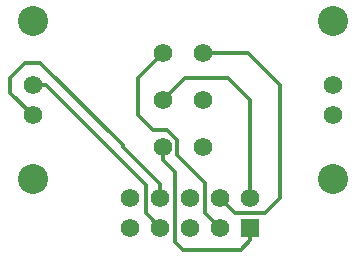
<source format=gbr>
G04 #@! TF.GenerationSoftware,KiCad,Pcbnew,(5.0.2)-1*
G04 #@! TF.CreationDate,2019-01-01T19:01:33-08:00*
G04 #@! TF.ProjectId,500-1117,3530302d-3131-4313-972e-6b696361645f,A*
G04 #@! TF.SameCoordinates,Original*
G04 #@! TF.FileFunction,Copper,L1,Top*
G04 #@! TF.FilePolarity,Positive*
%FSLAX46Y46*%
G04 Gerber Fmt 4.6, Leading zero omitted, Abs format (unit mm)*
G04 Created by KiCad (PCBNEW (5.0.2)-1) date 1/1/2019 7:01:33 PM*
%MOMM*%
%LPD*%
G01*
G04 APERTURE LIST*
G04 #@! TA.AperFunction,ComponentPad*
%ADD10C,2.540000*%
G04 #@! TD*
G04 #@! TA.AperFunction,ComponentPad*
%ADD11C,1.574800*%
G04 #@! TD*
G04 #@! TA.AperFunction,ComponentPad*
%ADD12R,1.574800X1.574800*%
G04 #@! TD*
G04 #@! TA.AperFunction,Conductor*
%ADD13C,0.304800*%
G04 #@! TD*
G04 APERTURE END LIST*
D10*
G04 #@! TO.P,R1,*
G04 #@! TO.N,*
X114300000Y-115920000D03*
X114300000Y-102520000D03*
D11*
G04 #@! TO.P,R1,4*
G04 #@! TO.N,Net-(P1-Pad8)*
X114300000Y-110490000D03*
G04 #@! TO.P,R1,5*
G04 #@! TO.N,Net-(P1-Pad7)*
X114300000Y-107950000D03*
G04 #@! TO.P,R1,2*
G04 #@! TO.N,Net-(P1-Pad2)*
X125300000Y-109220000D03*
G04 #@! TO.P,R1,3*
G04 #@! TO.N,Net-(P1-Pad3)*
X125300000Y-105220000D03*
G04 #@! TO.P,R1,1*
G04 #@! TO.N,Net-(P1-Pad1)*
X125300000Y-113220000D03*
G04 #@! TD*
D10*
G04 #@! TO.P,R2,*
G04 #@! TO.N,*
X139700000Y-102520000D03*
X139700000Y-115920000D03*
D11*
G04 #@! TO.P,R2,4*
G04 #@! TO.N,Net-(P1-Pad10)*
X139700000Y-107950000D03*
G04 #@! TO.P,R2,5*
G04 #@! TO.N,Net-(P1-Pad9)*
X139700000Y-110490000D03*
G04 #@! TO.P,R2,2*
G04 #@! TO.N,Net-(P1-Pad5)*
X128700000Y-109220000D03*
G04 #@! TO.P,R2,3*
G04 #@! TO.N,Net-(P1-Pad6)*
X128700000Y-113220000D03*
G04 #@! TO.P,R2,1*
G04 #@! TO.N,Net-(P1-Pad4)*
X128700000Y-105220000D03*
G04 #@! TD*
D12*
G04 #@! TO.P,P1,1*
G04 #@! TO.N,Net-(P1-Pad1)*
X132715000Y-120015000D03*
D11*
G04 #@! TO.P,P1,2*
G04 #@! TO.N,Net-(P1-Pad2)*
X132715000Y-117475000D03*
G04 #@! TO.P,P1,3*
G04 #@! TO.N,Net-(P1-Pad3)*
X130175000Y-120015000D03*
G04 #@! TO.P,P1,4*
G04 #@! TO.N,Net-(P1-Pad4)*
X130175000Y-117475000D03*
G04 #@! TO.P,P1,5*
G04 #@! TO.N,Net-(P1-Pad5)*
X127635000Y-120015000D03*
G04 #@! TO.P,P1,6*
G04 #@! TO.N,Net-(P1-Pad6)*
X127635000Y-117475000D03*
G04 #@! TO.P,P1,7*
G04 #@! TO.N,Net-(P1-Pad7)*
X125095000Y-120015000D03*
G04 #@! TO.P,P1,8*
G04 #@! TO.N,Net-(P1-Pad8)*
X125095000Y-117475000D03*
G04 #@! TO.P,P1,9*
G04 #@! TO.N,Net-(P1-Pad9)*
X122555000Y-120015000D03*
G04 #@! TO.P,P1,10*
G04 #@! TO.N,Net-(P1-Pad10)*
X122555000Y-117475000D03*
G04 #@! TD*
D13*
G04 #@! TO.N,Net-(P1-Pad1)*
X132715000Y-120015000D02*
X132715000Y-121107200D01*
X125300000Y-114277880D02*
X125300000Y-113220000D01*
X126339601Y-121259601D02*
X126339601Y-115317481D01*
X127000000Y-121920000D02*
X126339601Y-121259601D01*
X126339601Y-115317481D02*
X125300000Y-114277880D01*
X132715000Y-121107200D02*
X131902200Y-121920000D01*
X131902200Y-121920000D02*
X127000000Y-121920000D01*
G04 #@! TO.N,Net-(P1-Pad2)*
X132715000Y-117475000D02*
X132715000Y-109220000D01*
X132715000Y-109220000D02*
X130810000Y-107315000D01*
X127205000Y-107315000D02*
X125300000Y-109220000D01*
X130810000Y-107315000D02*
X127205000Y-107315000D01*
G04 #@! TO.N,Net-(P1-Pad3)*
X130175000Y-120015000D02*
X128905000Y-118745000D01*
X128905000Y-118745000D02*
X128905000Y-116205000D01*
X126544601Y-112622591D02*
X125682010Y-111760000D01*
X128905000Y-116205000D02*
X126544601Y-113844601D01*
X126544601Y-113844601D02*
X126544601Y-112622591D01*
X125682010Y-111760000D02*
X124460000Y-111760000D01*
X124460000Y-111760000D02*
X123190000Y-110490000D01*
X123190000Y-107330000D02*
X125300000Y-105220000D01*
X123190000Y-110490000D02*
X123190000Y-107330000D01*
G04 #@! TO.N,Net-(P1-Pad4)*
X130175000Y-117475000D02*
X131445000Y-118745000D01*
X131445000Y-118745000D02*
X133985000Y-118745000D01*
X133985000Y-118745000D02*
X135255000Y-117475000D01*
X135255000Y-117475000D02*
X135255000Y-107950000D01*
X132525000Y-105220000D02*
X128700000Y-105220000D01*
X135255000Y-107950000D02*
X132525000Y-105220000D01*
G04 #@! TO.N,Net-(P1-Pad7)*
X124307601Y-119227601D02*
X125095000Y-120015000D01*
X123850399Y-116386848D02*
X123850399Y-118770399D01*
X123850399Y-118770399D02*
X124307601Y-119227601D01*
X114300000Y-107950000D02*
X115413551Y-107950000D01*
X115413551Y-107950000D02*
X123850399Y-116386848D01*
G04 #@! TO.N,Net-(P1-Pad8)*
X125095000Y-116361449D02*
X121920000Y-113186449D01*
X125095000Y-117475000D02*
X125095000Y-116361449D01*
X121920000Y-113186449D02*
X121920000Y-113030000D01*
X121920000Y-113030000D02*
X114935000Y-106045000D01*
X114935000Y-106045000D02*
X113665000Y-106045000D01*
X113665000Y-106045000D02*
X112395000Y-107315000D01*
X112395000Y-108585000D02*
X114300000Y-110490000D01*
X112395000Y-107315000D02*
X112395000Y-108585000D01*
G04 #@! TD*
M02*

</source>
